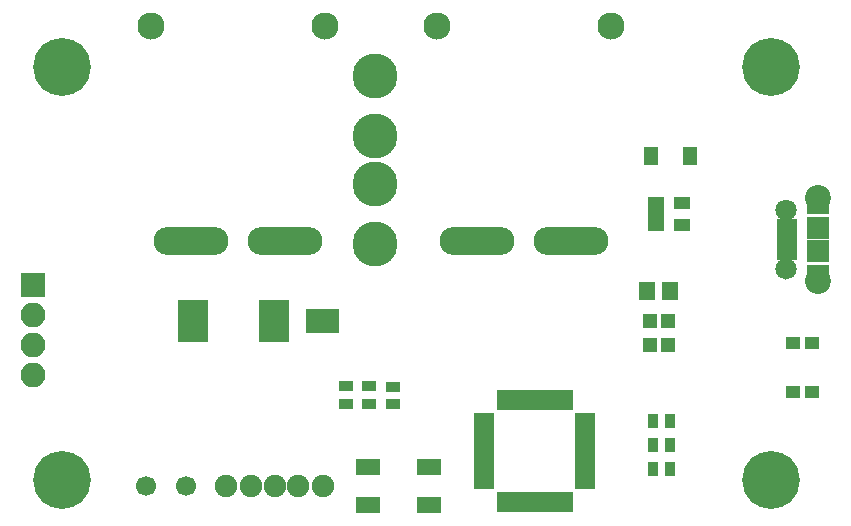
<source format=gbr>
G04 #@! TF.FileFunction,Soldermask,Top*
%FSLAX46Y46*%
G04 Gerber Fmt 4.6, Leading zero omitted, Abs format (unit mm)*
G04 Created by KiCad (PCBNEW 4.0.7-e2-6376~61~ubuntu18.04.1) date Sat Jul 21 17:42:36 2018*
%MOMM*%
%LPD*%
G01*
G04 APERTURE LIST*
%ADD10C,0.100000*%
%ADD11R,1.400000X1.650000*%
%ADD12R,1.200000X1.150000*%
%ADD13R,1.300000X1.600000*%
%ADD14R,2.650000X3.600000*%
%ADD15C,3.800000*%
%ADD16C,4.900000*%
%ADD17R,2.100000X2.100000*%
%ADD18O,2.100000X2.100000*%
%ADD19O,6.330000X2.370000*%
%ADD20C,2.300000*%
%ADD21R,1.750000X0.850000*%
%ADD22C,1.808000*%
%ADD23C,2.200000*%
%ADD24R,1.950000X1.900000*%
%ADD25R,1.300000X0.900000*%
%ADD26C,1.700000*%
%ADD27R,0.900000X1.300000*%
%ADD28R,1.201420X1.102360*%
%ADD29C,1.900000*%
%ADD30R,1.670000X0.958800*%
%ADD31R,0.958800X1.670000*%
%ADD32R,2.051000X1.398220*%
%ADD33R,1.460000X1.050000*%
%ADD34R,0.850000X0.700000*%
%ADD35R,1.150000X0.700000*%
%ADD36R,1.400000X1.350000*%
G04 APERTURE END LIST*
D10*
D11*
X122000000Y-89500000D03*
X124000000Y-89500000D03*
D12*
X123750000Y-92000000D03*
X122250000Y-92000000D03*
X123750000Y-94000000D03*
X122250000Y-94000000D03*
D13*
X122350000Y-78000000D03*
X125650000Y-78000000D03*
D14*
X83550000Y-92000000D03*
X90450000Y-92000000D03*
D15*
X99000000Y-76360000D03*
X99000000Y-80420000D03*
X99000000Y-71280000D03*
X99000000Y-85500000D03*
D16*
X72500000Y-105500000D03*
X72500000Y-70500000D03*
X132500000Y-70500000D03*
X132500000Y-105500000D03*
D17*
X70000000Y-88960000D03*
D18*
X70000000Y-91500000D03*
X70000000Y-94040000D03*
X70000000Y-96580000D03*
D19*
X107660000Y-85240000D03*
X115560000Y-85240000D03*
D20*
X104220000Y-67000000D03*
X119000000Y-67000000D03*
D19*
X83440000Y-85240000D03*
X91340000Y-85240000D03*
D20*
X80000000Y-67000000D03*
X94780000Y-67000000D03*
D21*
X133825000Y-86400000D03*
X133825000Y-85750000D03*
X133825000Y-85100000D03*
X133825000Y-84450000D03*
X133825000Y-83800000D03*
D22*
X133800000Y-87600000D03*
X133800000Y-82600000D03*
D23*
X136500000Y-88600000D03*
X136500000Y-81600000D03*
D24*
X136500000Y-86100000D03*
X136500000Y-84100000D03*
X136500000Y-88150000D03*
X136500000Y-82050000D03*
D25*
X100500000Y-97571429D03*
X100500000Y-99071429D03*
X98500000Y-97500000D03*
X98500000Y-99000000D03*
X96500000Y-99000000D03*
X96500000Y-97500000D03*
D26*
X79600000Y-106000000D03*
X83000000Y-106000000D03*
D27*
X122500000Y-104500000D03*
X124000000Y-104500000D03*
X124000000Y-102500000D03*
X122500000Y-102500000D03*
X122500000Y-100500000D03*
X124000000Y-100500000D03*
D28*
X134404880Y-93900440D03*
X134404880Y-98000000D03*
X136000000Y-98000000D03*
X136000000Y-93900440D03*
D29*
X90500000Y-106000000D03*
X92500000Y-106000000D03*
X88500000Y-106000000D03*
X86400000Y-106000000D03*
X94600000Y-106000000D03*
D30*
X108207400Y-100200920D03*
X108207400Y-101001020D03*
X108207400Y-101801120D03*
X108207400Y-102601220D03*
X108207400Y-103398780D03*
X108207400Y-104198880D03*
X108207400Y-104998980D03*
X108207400Y-105799080D03*
D31*
X109700920Y-107292600D03*
X110501020Y-107292600D03*
X111301120Y-107292600D03*
X112101220Y-107292600D03*
X112898780Y-107292600D03*
X113698880Y-107292600D03*
X114498980Y-107292600D03*
X115299080Y-107292600D03*
D30*
X116792600Y-105799080D03*
X116792600Y-104998980D03*
X116792600Y-104198880D03*
X116792600Y-103398780D03*
X116792600Y-102601220D03*
X116792600Y-101801120D03*
X116792600Y-101001020D03*
X116792600Y-100200920D03*
D31*
X115299080Y-98707400D03*
X114498980Y-98707400D03*
X113698880Y-98707400D03*
X112898780Y-98707400D03*
X112101220Y-98707400D03*
X111301120Y-98707400D03*
X110501020Y-98707400D03*
X109700920Y-98707400D03*
D32*
X98424440Y-104402340D03*
X98424440Y-107597660D03*
X103575560Y-107597660D03*
X103575560Y-104402340D03*
D33*
X122800000Y-82000000D03*
X122800000Y-82950000D03*
X122800000Y-83900000D03*
X125000000Y-83900000D03*
X125000000Y-82000000D03*
D34*
X93525000Y-91350000D03*
X93525000Y-92000000D03*
X93525000Y-92650000D03*
X95475000Y-92650000D03*
X95475000Y-92000000D03*
X95475000Y-91350000D03*
D35*
X94595000Y-92650000D03*
D36*
X94500000Y-91675000D03*
X94500000Y-91675000D03*
M02*

</source>
